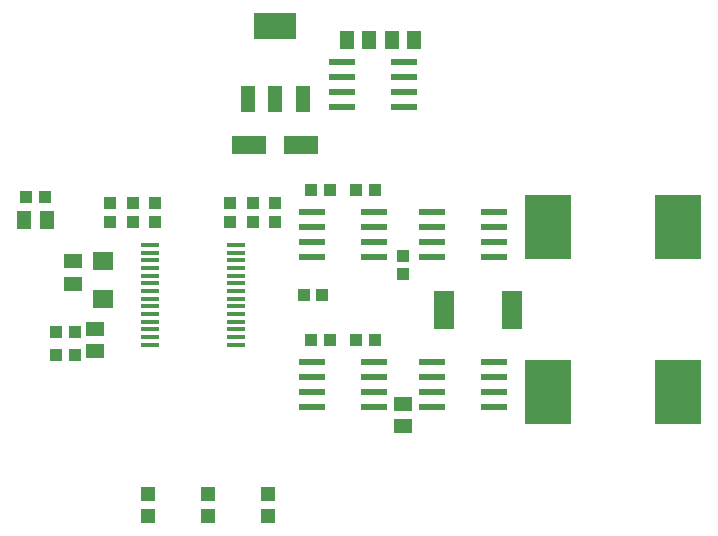
<source format=gtp>
G75*
%MOIN*%
%OFA0B0*%
%FSLAX25Y25*%
%IPPOS*%
%LPD*%
%AMOC8*
5,1,8,0,0,1.08239X$1,22.5*
%
%ADD10R,0.08661X0.02362*%
%ADD11R,0.05906X0.01575*%
%ADD12R,0.05118X0.04724*%
%ADD13R,0.04724X0.05906*%
%ADD14R,0.15748X0.21654*%
%ADD15R,0.05906X0.04724*%
%ADD16R,0.07087X0.12598*%
%ADD17R,0.11811X0.06299*%
%ADD18R,0.03937X0.04331*%
%ADD19R,0.04331X0.03937*%
%ADD20R,0.07087X0.06299*%
%ADD21R,0.04800X0.08800*%
%ADD22R,0.14173X0.08661*%
D10*
X0156264Y0059000D03*
X0156264Y0064000D03*
X0156264Y0069000D03*
X0156264Y0074000D03*
X0176736Y0074000D03*
X0176736Y0069000D03*
X0176736Y0064000D03*
X0176736Y0059000D03*
X0196264Y0059000D03*
X0196264Y0064000D03*
X0196264Y0069000D03*
X0196264Y0074000D03*
X0216736Y0074000D03*
X0216736Y0069000D03*
X0216736Y0064000D03*
X0216736Y0059000D03*
X0216736Y0109000D03*
X0216736Y0114000D03*
X0216736Y0119000D03*
X0216736Y0124000D03*
X0196264Y0124000D03*
X0196264Y0119000D03*
X0196264Y0114000D03*
X0196264Y0109000D03*
X0176736Y0109000D03*
X0176736Y0114000D03*
X0176736Y0119000D03*
X0176736Y0124000D03*
X0156264Y0124000D03*
X0156264Y0119000D03*
X0156264Y0114000D03*
X0156264Y0109000D03*
X0166264Y0159000D03*
X0166264Y0164000D03*
X0166264Y0169000D03*
X0166264Y0174000D03*
X0186736Y0174000D03*
X0186736Y0169000D03*
X0186736Y0164000D03*
X0186736Y0159000D03*
D11*
X0130772Y0113134D03*
X0130772Y0110575D03*
X0130772Y0108016D03*
X0130772Y0105457D03*
X0130772Y0102898D03*
X0130772Y0100339D03*
X0130772Y0097780D03*
X0130772Y0095220D03*
X0130772Y0092661D03*
X0130772Y0090102D03*
X0130772Y0087543D03*
X0130772Y0084984D03*
X0130772Y0082425D03*
X0130772Y0079866D03*
X0102228Y0079866D03*
X0102228Y0082425D03*
X0102228Y0084984D03*
X0102228Y0087543D03*
X0102228Y0090102D03*
X0102228Y0092661D03*
X0102228Y0095220D03*
X0102228Y0097780D03*
X0102228Y0100339D03*
X0102228Y0102898D03*
X0102228Y0105457D03*
X0102228Y0108016D03*
X0102228Y0110575D03*
X0102228Y0113134D03*
D12*
X0101500Y0022750D03*
X0101500Y0030250D03*
X0121500Y0030250D03*
X0121500Y0022750D03*
X0141500Y0022750D03*
X0141500Y0030250D03*
D13*
X0067750Y0121500D03*
X0060250Y0121500D03*
X0167750Y0181500D03*
X0175250Y0181500D03*
X0182750Y0181500D03*
X0190250Y0181500D03*
D14*
X0234846Y0119000D03*
X0278154Y0119000D03*
X0278154Y0064000D03*
X0234846Y0064000D03*
D15*
X0186500Y0060250D03*
X0186500Y0052750D03*
X0084000Y0077750D03*
X0084000Y0085250D03*
X0076500Y0100250D03*
X0076500Y0107750D03*
D16*
X0200250Y0091500D03*
X0222750Y0091500D03*
D17*
X0152661Y0146500D03*
X0135339Y0146500D03*
D18*
X0155875Y0131500D03*
X0162125Y0131500D03*
X0170875Y0131500D03*
X0177125Y0131500D03*
X0159625Y0096500D03*
X0153375Y0096500D03*
X0155875Y0081500D03*
X0162125Y0081500D03*
X0170875Y0081500D03*
X0177125Y0081500D03*
X0077125Y0084000D03*
X0070875Y0084000D03*
X0070875Y0076500D03*
X0077125Y0076500D03*
X0067125Y0129000D03*
X0060875Y0129000D03*
D19*
X0089000Y0127125D03*
X0096500Y0127125D03*
X0104000Y0127125D03*
X0104000Y0120875D03*
X0096500Y0120875D03*
X0089000Y0120875D03*
X0129000Y0120875D03*
X0136500Y0120875D03*
X0144000Y0120875D03*
X0144000Y0127125D03*
X0136500Y0127125D03*
X0129000Y0127125D03*
X0186500Y0109625D03*
X0186500Y0103375D03*
D20*
X0086500Y0107750D03*
X0086500Y0095250D03*
D21*
X0134900Y0161800D03*
X0144000Y0161800D03*
X0153100Y0161800D03*
D22*
X0144000Y0186201D03*
M02*

</source>
